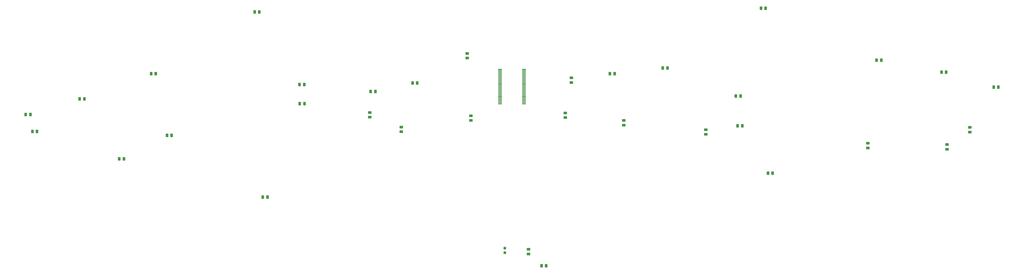
<source format=gbr>
%TF.GenerationSoftware,KiCad,Pcbnew,7.0.10*%
%TF.CreationDate,2025-02-11T17:38:30+01:00*%
%TF.ProjectId,Afficheur7seg,41666669-6368-4657-9572-377365672e6b,rev?*%
%TF.SameCoordinates,Original*%
%TF.FileFunction,Paste,Top*%
%TF.FilePolarity,Positive*%
%FSLAX46Y46*%
G04 Gerber Fmt 4.6, Leading zero omitted, Abs format (unit mm)*
G04 Created by KiCad (PCBNEW 7.0.10) date 2025-02-11 17:38:30*
%MOMM*%
%LPD*%
G01*
G04 APERTURE LIST*
G04 Aperture macros list*
%AMRoundRect*
0 Rectangle with rounded corners*
0 $1 Rounding radius*
0 $2 $3 $4 $5 $6 $7 $8 $9 X,Y pos of 4 corners*
0 Add a 4 corners polygon primitive as box body*
4,1,4,$2,$3,$4,$5,$6,$7,$8,$9,$2,$3,0*
0 Add four circle primitives for the rounded corners*
1,1,$1+$1,$2,$3*
1,1,$1+$1,$4,$5*
1,1,$1+$1,$6,$7*
1,1,$1+$1,$8,$9*
0 Add four rect primitives between the rounded corners*
20,1,$1+$1,$2,$3,$4,$5,0*
20,1,$1+$1,$4,$5,$6,$7,0*
20,1,$1+$1,$6,$7,$8,$9,0*
20,1,$1+$1,$8,$9,$2,$3,0*%
G04 Aperture macros list end*
%ADD10RoundRect,0.237500X-0.237500X0.300000X-0.237500X-0.300000X0.237500X-0.300000X0.237500X0.300000X0*%
%ADD11RoundRect,0.250000X0.450000X-0.262500X0.450000X0.262500X-0.450000X0.262500X-0.450000X-0.262500X0*%
%ADD12RoundRect,0.250000X0.262500X0.450000X-0.262500X0.450000X-0.262500X-0.450000X0.262500X-0.450000X0*%
%ADD13RoundRect,0.250000X-0.262500X-0.450000X0.262500X-0.450000X0.262500X0.450000X-0.262500X0.450000X0*%
%ADD14RoundRect,0.075000X-0.662500X-0.075000X0.662500X-0.075000X0.662500X0.075000X-0.662500X0.075000X0*%
%ADD15RoundRect,0.250000X-0.450000X0.262500X-0.450000X-0.262500X0.450000X-0.262500X0.450000X0.262500X0*%
G04 APERTURE END LIST*
D10*
%TO.C,C1*%
X295800000Y-253100000D03*
X295800000Y-254825000D03*
%TD*%
D11*
%TO.C,R52*%
X476800000Y-207825000D03*
X476800000Y-206000000D03*
%TD*%
D12*
%TO.C,R1*%
X338525000Y-185100000D03*
X336700000Y-185100000D03*
%TD*%
%TO.C,R56*%
X467600000Y-184500000D03*
X465775000Y-184500000D03*
%TD*%
%TO.C,R64*%
X400012500Y-223900000D03*
X398187500Y-223900000D03*
%TD*%
%TO.C,R55*%
X397312500Y-159600000D03*
X395487500Y-159600000D03*
%TD*%
%TO.C,R2*%
X388200000Y-205400000D03*
X386375000Y-205400000D03*
%TD*%
D13*
%TO.C,R18*%
X201575000Y-233200000D03*
X203400000Y-233200000D03*
%TD*%
%TO.C,R22*%
X158105000Y-185060000D03*
X159930000Y-185060000D03*
%TD*%
D11*
%TO.C,R41*%
X243200000Y-202025000D03*
X243200000Y-200200000D03*
%TD*%
D14*
%TO.C,J3*%
X293937500Y-183350000D03*
X293937500Y-183850000D03*
X293937500Y-184350000D03*
X293937500Y-184850000D03*
X293937500Y-185350000D03*
X293937500Y-185850000D03*
X293937500Y-186350000D03*
X293937500Y-186850000D03*
X293937500Y-187350000D03*
X293937500Y-187850000D03*
X293937500Y-188350000D03*
X293937500Y-188850000D03*
X293937500Y-189350000D03*
X293937500Y-189850000D03*
X293937500Y-190350000D03*
X293937500Y-190850000D03*
X293937500Y-191350000D03*
X293937500Y-191850000D03*
X293937500Y-192350000D03*
X293937500Y-192850000D03*
X293937500Y-193350000D03*
X293937500Y-193850000D03*
X293937500Y-194350000D03*
X293937500Y-194850000D03*
X293937500Y-195350000D03*
X293937500Y-195850000D03*
X293937500Y-196350000D03*
X293937500Y-196850000D03*
X303262500Y-196850000D03*
X303262500Y-196350000D03*
X303262500Y-195850000D03*
X303262500Y-195350000D03*
X303262500Y-194850000D03*
X303262500Y-194350000D03*
X303262500Y-193850000D03*
X303262500Y-193350000D03*
X303262500Y-192850000D03*
X303262500Y-192350000D03*
X303262500Y-191850000D03*
X303262500Y-191350000D03*
X303262500Y-190850000D03*
X303262500Y-190350000D03*
X303262500Y-189850000D03*
X303262500Y-189350000D03*
X303262500Y-188850000D03*
X303262500Y-188350000D03*
X303262500Y-187850000D03*
X303262500Y-187350000D03*
X303262500Y-186850000D03*
X303262500Y-186350000D03*
X303262500Y-185850000D03*
X303262500Y-185350000D03*
X303262500Y-184850000D03*
X303262500Y-184350000D03*
X303262500Y-183850000D03*
X303262500Y-183350000D03*
%TD*%
D11*
%TO.C,R9*%
X342100000Y-205112500D03*
X342100000Y-203287500D03*
%TD*%
D13*
%TO.C,R30*%
X111875000Y-207600000D03*
X113700000Y-207600000D03*
%TD*%
D12*
%TO.C,R10*%
X387525000Y-193800000D03*
X385700000Y-193800000D03*
%TD*%
D11*
%TO.C,R45*%
X255500000Y-207725000D03*
X255500000Y-205900000D03*
%TD*%
D13*
%TO.C,R17*%
X130275000Y-194900000D03*
X132100000Y-194900000D03*
%TD*%
D11*
%TO.C,R14*%
X319300000Y-202212500D03*
X319300000Y-200387500D03*
%TD*%
D12*
%TO.C,R49*%
X311900000Y-259900000D03*
X310075000Y-259900000D03*
%TD*%
D15*
%TO.C,R5*%
X321700000Y-186700000D03*
X321700000Y-188525000D03*
%TD*%
D13*
%TO.C,R38*%
X259875000Y-188700000D03*
X261700000Y-188700000D03*
%TD*%
D15*
%TO.C,R42*%
X281100000Y-177175000D03*
X281100000Y-179000000D03*
%TD*%
D13*
%TO.C,R29*%
X164275000Y-209100000D03*
X166100000Y-209100000D03*
%TD*%
D12*
%TO.C,R60*%
X487900000Y-190300000D03*
X486075000Y-190300000D03*
%TD*%
D11*
%TO.C,R50*%
X305012500Y-255312500D03*
X305012500Y-253487500D03*
%TD*%
D12*
%TO.C,R6*%
X359112500Y-182900000D03*
X357287500Y-182900000D03*
%TD*%
D13*
%TO.C,R26*%
X198375000Y-161000000D03*
X200200000Y-161000000D03*
%TD*%
D12*
%TO.C,R51*%
X442312500Y-179800000D03*
X440487500Y-179800000D03*
%TD*%
D13*
%TO.C,R25*%
X145675000Y-218300000D03*
X147500000Y-218300000D03*
%TD*%
%TO.C,R33*%
X243575000Y-192000000D03*
X245400000Y-192000000D03*
%TD*%
D11*
%TO.C,R59*%
X437100000Y-214000000D03*
X437100000Y-212175000D03*
%TD*%
%TO.C,R34*%
X282600000Y-203300000D03*
X282600000Y-201475000D03*
%TD*%
D13*
%TO.C,R46*%
X215975000Y-196800000D03*
X217800000Y-196800000D03*
%TD*%
D11*
%TO.C,R13*%
X374000000Y-208712500D03*
X374000000Y-206887500D03*
%TD*%
%TO.C,R63*%
X467900000Y-214525000D03*
X467900000Y-212700000D03*
%TD*%
D13*
%TO.C,R37*%
X215887500Y-189300000D03*
X217712500Y-189300000D03*
%TD*%
%TO.C,R21*%
X109275000Y-201000000D03*
X111100000Y-201000000D03*
%TD*%
M02*

</source>
